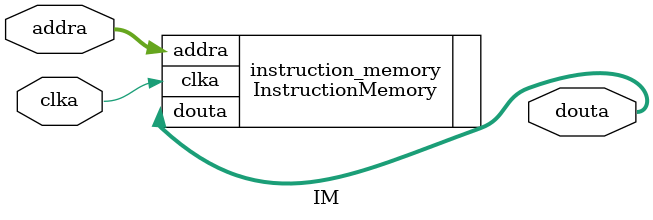
<source format=v>
`timescale 1ms / 1ms


module IM(
    input clka,
    input[6 : 0] addra,
    output[31:0] douta
    );
    InstructionMemory instruction_memory(.clka(clka), .douta(douta), .addra(addra));
endmodule

</source>
